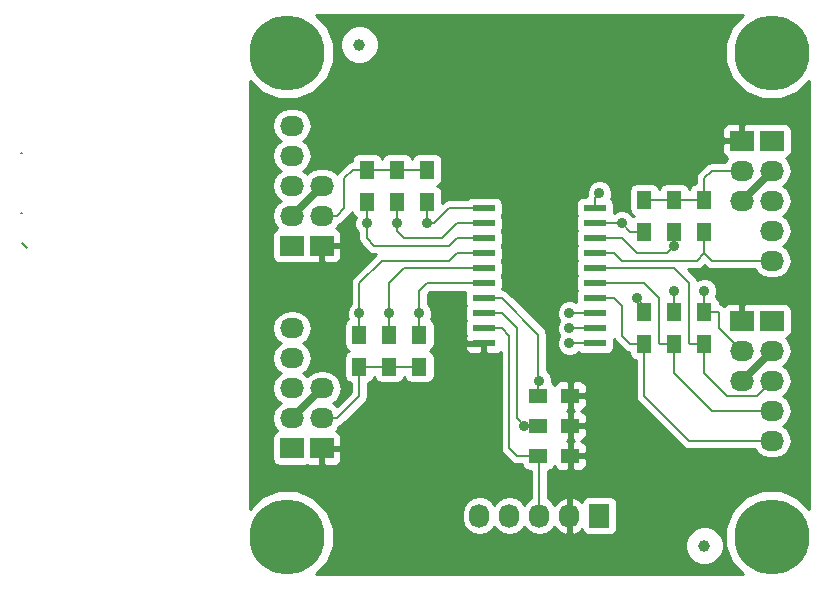
<source format=gtl>
G04 #@! TF.FileFunction,Copper,L1,Top,Signal*
%FSLAX46Y46*%
G04 Gerber Fmt 4.6, Leading zero omitted, Abs format (unit mm)*
G04 Created by KiCad (PCBNEW (after 2015-mar-04 BZR unknown)-product) date 7/28/2015 1:26:08 PM*
%MOMM*%
G01*
G04 APERTURE LIST*
%ADD10C,0.150000*%
%ADD11C,1.000000*%
%ADD12R,1.500000X1.300000*%
%ADD13R,1.300000X1.500000*%
%ADD14C,6.350000*%
%ADD15R,2.032000X1.727200*%
%ADD16O,2.032000X1.727200*%
%ADD17R,1.950000X0.600000*%
%ADD18R,1.727200X2.032000*%
%ADD19O,1.727200X2.032000*%
%ADD20C,0.889000*%
%ADD21C,0.203200*%
%ADD22C,0.635000*%
%ADD23C,0.254000*%
G04 APERTURE END LIST*
D10*
D11*
X194310000Y-125730000D03*
X165100000Y-83312000D03*
D12*
X182960000Y-113030000D03*
X180260000Y-113030000D03*
X182960000Y-115570000D03*
X180260000Y-115570000D03*
X182960000Y-118110000D03*
X180260000Y-118110000D03*
D13*
X189230000Y-105965000D03*
X189230000Y-108665000D03*
X194310000Y-96440000D03*
X194310000Y-99140000D03*
X170815000Y-93900000D03*
X170815000Y-96600000D03*
X165100000Y-110570000D03*
X165100000Y-107870000D03*
X191770000Y-105965000D03*
X191770000Y-108665000D03*
X191770000Y-96440000D03*
X191770000Y-99140000D03*
X168275000Y-93900000D03*
X168275000Y-96600000D03*
X167640000Y-110570000D03*
X167640000Y-107870000D03*
X194310000Y-105965000D03*
X194310000Y-108665000D03*
D14*
X159000000Y-84000000D03*
X200000000Y-84000000D03*
X159000000Y-125000000D03*
X200000000Y-125000000D03*
D15*
X197485000Y-106680000D03*
D16*
X197485000Y-109220000D03*
X197485000Y-111760000D03*
D15*
X197485000Y-91440000D03*
D16*
X197485000Y-93980000D03*
X197485000Y-96520000D03*
D15*
X161925000Y-100330000D03*
D16*
X161925000Y-97790000D03*
X161925000Y-95250000D03*
D15*
X161925000Y-117475000D03*
D16*
X161925000Y-114935000D03*
X161925000Y-112395000D03*
D15*
X200025000Y-106680000D03*
D16*
X200025000Y-109220000D03*
X200025000Y-111760000D03*
X200025000Y-114300000D03*
X200025000Y-116840000D03*
D15*
X200025000Y-91440000D03*
D16*
X200025000Y-93980000D03*
X200025000Y-96520000D03*
X200025000Y-99060000D03*
X200025000Y-101600000D03*
D15*
X159385000Y-100330000D03*
D16*
X159385000Y-97790000D03*
X159385000Y-95250000D03*
X159385000Y-92710000D03*
X159385000Y-90170000D03*
D15*
X159385000Y-117475000D03*
D16*
X159385000Y-114935000D03*
X159385000Y-112395000D03*
X159385000Y-109855000D03*
X159385000Y-107315000D03*
D13*
X189230000Y-96440000D03*
X189230000Y-99140000D03*
X165735000Y-93900000D03*
X165735000Y-96600000D03*
X170180000Y-110570000D03*
X170180000Y-107870000D03*
D17*
X185040000Y-108585000D03*
X185040000Y-107315000D03*
X185040000Y-106045000D03*
X185040000Y-104775000D03*
X185040000Y-103505000D03*
X185040000Y-102235000D03*
X185040000Y-100965000D03*
X185040000Y-99695000D03*
X185040000Y-98425000D03*
X185040000Y-97155000D03*
X175640000Y-97155000D03*
X175640000Y-98425000D03*
X175640000Y-99695000D03*
X175640000Y-100965000D03*
X175640000Y-102235000D03*
X175640000Y-103505000D03*
X175640000Y-104775000D03*
X175640000Y-106045000D03*
X175640000Y-107315000D03*
X175640000Y-108585000D03*
D18*
X185420000Y-123190000D03*
D19*
X182880000Y-123190000D03*
X180340000Y-123190000D03*
X177800000Y-123190000D03*
X175260000Y-123190000D03*
D20*
X188595000Y-104775000D03*
X191770000Y-104140000D03*
X194310000Y-104140000D03*
X182880000Y-108585000D03*
X182880000Y-107315000D03*
X182880000Y-106045000D03*
X185420000Y-95885000D03*
X187325000Y-98425000D03*
X191770000Y-100330000D03*
X165735000Y-98425000D03*
X168275000Y-98425000D03*
X170180000Y-106045000D03*
X167640000Y-106045000D03*
X179070000Y-115570000D03*
X180340000Y-111760000D03*
X170815000Y-98425000D03*
X165100000Y-106045000D03*
D21*
X136956800Y-100504000D02*
X136528800Y-100076000D01*
X136448800Y-97536000D02*
X136528800Y-97536000D01*
X136528800Y-92456000D02*
X136448800Y-92456000D01*
X189230000Y-105965000D02*
X189230000Y-105410000D01*
X189230000Y-105410000D02*
X188595000Y-104775000D01*
X194310000Y-105965000D02*
X194310000Y-104140000D01*
X191770000Y-104140000D02*
X191770000Y-105965000D01*
X197485000Y-109220000D02*
X196215000Y-107950000D01*
X195500000Y-105965000D02*
X194310000Y-105965000D01*
X195580000Y-106045000D02*
X195500000Y-105965000D01*
X195580000Y-107315000D02*
X195580000Y-106045000D01*
X196215000Y-107950000D02*
X195580000Y-107315000D01*
D22*
X200025000Y-109220000D02*
X197485000Y-111760000D01*
D21*
X191770000Y-96440000D02*
X189230000Y-96440000D01*
X194310000Y-96440000D02*
X191770000Y-96440000D01*
X197485000Y-93980000D02*
X194945000Y-93980000D01*
X194310000Y-94615000D02*
X194310000Y-96440000D01*
X194945000Y-93980000D02*
X194310000Y-94615000D01*
D22*
X200025000Y-93980000D02*
X197485000Y-96520000D01*
D21*
X168275000Y-93900000D02*
X170815000Y-93900000D01*
X165735000Y-93900000D02*
X168275000Y-93900000D01*
X161925000Y-97790000D02*
X163195000Y-97790000D01*
X164545000Y-93900000D02*
X165735000Y-93900000D01*
X163830000Y-94615000D02*
X164545000Y-93900000D01*
X163830000Y-97155000D02*
X163830000Y-94615000D01*
X163195000Y-97790000D02*
X163830000Y-97155000D01*
D22*
X159385000Y-97790000D02*
X161925000Y-95250000D01*
D21*
X161925000Y-114935000D02*
X163195000Y-114935000D01*
X165100000Y-113030000D02*
X165100000Y-110570000D01*
X163195000Y-114935000D02*
X165100000Y-113030000D01*
X167640000Y-110570000D02*
X170180000Y-110570000D01*
X165100000Y-110570000D02*
X167640000Y-110570000D01*
D22*
X159385000Y-114935000D02*
X161925000Y-112395000D01*
D21*
X185040000Y-108585000D02*
X182880000Y-108585000D01*
X185040000Y-107315000D02*
X182880000Y-107315000D01*
X185040000Y-106045000D02*
X182880000Y-106045000D01*
X185040000Y-97155000D02*
X185040000Y-96265000D01*
X185040000Y-96265000D02*
X185420000Y-95885000D01*
X200025000Y-111760000D02*
X198755000Y-113030000D01*
X194310000Y-111125000D02*
X194310000Y-108665000D01*
X196215000Y-113030000D02*
X194310000Y-111125000D01*
X198755000Y-113030000D02*
X196215000Y-113030000D01*
X185040000Y-102235000D02*
X191770000Y-102235000D01*
X193120000Y-108665000D02*
X194310000Y-108665000D01*
X193040000Y-108585000D02*
X193120000Y-108665000D01*
X193040000Y-103505000D02*
X193040000Y-108585000D01*
X191770000Y-102235000D02*
X193040000Y-103505000D01*
X200025000Y-114300000D02*
X194945000Y-114300000D01*
X191770000Y-111125000D02*
X191770000Y-108665000D01*
X194945000Y-114300000D02*
X191770000Y-111125000D01*
X185040000Y-103505000D02*
X189230000Y-103505000D01*
X190580000Y-108665000D02*
X191770000Y-108665000D01*
X190500000Y-108585000D02*
X190580000Y-108665000D01*
X190500000Y-104775000D02*
X190500000Y-108585000D01*
X189230000Y-103505000D02*
X190500000Y-104775000D01*
X185040000Y-98425000D02*
X187325000Y-98425000D01*
X188040000Y-99140000D02*
X189230000Y-99140000D01*
X187325000Y-98425000D02*
X188040000Y-99140000D01*
X185040000Y-99695000D02*
X187325000Y-99695000D01*
X191770000Y-100330000D02*
X191770000Y-99140000D01*
X191135000Y-100965000D02*
X191770000Y-100330000D01*
X188595000Y-100965000D02*
X191135000Y-100965000D01*
X187325000Y-99695000D02*
X188595000Y-100965000D01*
X175640000Y-99695000D02*
X173355000Y-99695000D01*
X165735000Y-99695000D02*
X165735000Y-98425000D01*
X166370000Y-100330000D02*
X165735000Y-99695000D01*
X172720000Y-100330000D02*
X166370000Y-100330000D01*
X173355000Y-99695000D02*
X172720000Y-100330000D01*
X165735000Y-98425000D02*
X165735000Y-96600000D01*
X175640000Y-98425000D02*
X173355000Y-98425000D01*
X168275000Y-99060000D02*
X168275000Y-98425000D01*
X168910000Y-99695000D02*
X168275000Y-99060000D01*
X172085000Y-99695000D02*
X168910000Y-99695000D01*
X173355000Y-98425000D02*
X172085000Y-99695000D01*
X168275000Y-98425000D02*
X168275000Y-96600000D01*
X175640000Y-103505000D02*
X170815000Y-103505000D01*
X170815000Y-103505000D02*
X170180000Y-104140000D01*
X170180000Y-104140000D02*
X170180000Y-106045000D01*
X170180000Y-106045000D02*
X170180000Y-107870000D01*
X175640000Y-102235000D02*
X168910000Y-102235000D01*
X168910000Y-102235000D02*
X167640000Y-103505000D01*
X167640000Y-103505000D02*
X167640000Y-106045000D01*
X167640000Y-106045000D02*
X167640000Y-107870000D01*
X175640000Y-107315000D02*
X177165000Y-107315000D01*
X178435000Y-118110000D02*
X180260000Y-118110000D01*
X177800000Y-117475000D02*
X178435000Y-118110000D01*
X177800000Y-107950000D02*
X177800000Y-117475000D01*
X177165000Y-107315000D02*
X177800000Y-107950000D01*
X180340000Y-123190000D02*
X180340000Y-118190000D01*
X180340000Y-118190000D02*
X180260000Y-118110000D01*
X180260000Y-115570000D02*
X179070000Y-115570000D01*
X179070000Y-115570000D02*
X178435000Y-114935000D01*
X178435000Y-107315000D02*
X177165000Y-106045000D01*
X178435000Y-114935000D02*
X178435000Y-107315000D01*
X177165000Y-106045000D02*
X175640000Y-106045000D01*
X180340000Y-111760000D02*
X180260000Y-111760000D01*
X180260000Y-113030000D02*
X180260000Y-111760000D01*
X180260000Y-111760000D02*
X180260000Y-107870000D01*
X177165000Y-104775000D02*
X175640000Y-104775000D01*
X180260000Y-107870000D02*
X177165000Y-104775000D01*
X185040000Y-104775000D02*
X186690000Y-104775000D01*
X188040000Y-108665000D02*
X189230000Y-108665000D01*
X187325000Y-107950000D02*
X188040000Y-108665000D01*
X187325000Y-105410000D02*
X187325000Y-107950000D01*
X186690000Y-104775000D02*
X187325000Y-105410000D01*
X200025000Y-116840000D02*
X193040000Y-116840000D01*
X189230000Y-113030000D02*
X189230000Y-108665000D01*
X193040000Y-116840000D02*
X189230000Y-113030000D01*
X200025000Y-101600000D02*
X194945000Y-101600000D01*
X194945000Y-101600000D02*
X194310000Y-100965000D01*
X185040000Y-100965000D02*
X186690000Y-100965000D01*
X194310000Y-100965000D02*
X194310000Y-99140000D01*
X193675000Y-101600000D02*
X194310000Y-100965000D01*
X187325000Y-101600000D02*
X193675000Y-101600000D01*
X186690000Y-100965000D02*
X187325000Y-101600000D01*
X170815000Y-98425000D02*
X171450000Y-98425000D01*
X172720000Y-97155000D02*
X175640000Y-97155000D01*
X171450000Y-98425000D02*
X172720000Y-97155000D01*
X170815000Y-98425000D02*
X170815000Y-96600000D01*
X175640000Y-100965000D02*
X173355000Y-100965000D01*
X173355000Y-100965000D02*
X172720000Y-101600000D01*
X172720000Y-101600000D02*
X167005000Y-101600000D01*
X167005000Y-101600000D02*
X165100000Y-103505000D01*
X165100000Y-103505000D02*
X165100000Y-106045000D01*
X165100000Y-106045000D02*
X165100000Y-107870000D01*
X182960000Y-115570000D02*
X182960000Y-113030000D01*
X182960000Y-118110000D02*
X182960000Y-115570000D01*
X182880000Y-123190000D02*
X182880000Y-118190000D01*
X182880000Y-118190000D02*
X182960000Y-118110000D01*
D23*
G36*
X203174500Y-122607421D02*
X202233043Y-121664320D01*
X201708345Y-121446446D01*
X201708345Y-116840000D01*
X201594271Y-116266511D01*
X201269415Y-115780330D01*
X200954634Y-115570000D01*
X201269415Y-115359670D01*
X201594271Y-114873489D01*
X201708345Y-114300000D01*
X201594271Y-113726511D01*
X201269415Y-113240330D01*
X200954634Y-113030000D01*
X201269415Y-112819670D01*
X201594271Y-112333489D01*
X201708345Y-111760000D01*
X201594271Y-111186511D01*
X201269415Y-110700330D01*
X200954634Y-110490000D01*
X201269415Y-110279670D01*
X201594271Y-109793489D01*
X201708345Y-109220000D01*
X201594271Y-108646511D01*
X201269415Y-108160330D01*
X201253632Y-108149784D01*
X201283123Y-108144063D01*
X201495927Y-108004273D01*
X201638377Y-107793240D01*
X201688440Y-107543600D01*
X201688440Y-105816400D01*
X201641463Y-105574277D01*
X201501673Y-105361473D01*
X201290640Y-105219023D01*
X201041000Y-105168960D01*
X199009000Y-105168960D01*
X198766877Y-105215937D01*
X198745148Y-105230210D01*
X198627309Y-105181400D01*
X197770750Y-105181400D01*
X197612000Y-105340150D01*
X197612000Y-106553000D01*
X197632000Y-106553000D01*
X197632000Y-106807000D01*
X197612000Y-106807000D01*
X197612000Y-106827000D01*
X197358000Y-106827000D01*
X197358000Y-106807000D01*
X197338000Y-106807000D01*
X197338000Y-106553000D01*
X197358000Y-106553000D01*
X197358000Y-105340150D01*
X197199250Y-105181400D01*
X196342691Y-105181400D01*
X196109302Y-105278073D01*
X195974321Y-105413052D01*
X195781885Y-105284470D01*
X195607440Y-105249770D01*
X195607440Y-105215000D01*
X195560463Y-104972877D01*
X195420673Y-104760073D01*
X195265017Y-104655003D01*
X195389313Y-104355668D01*
X195389687Y-103926216D01*
X195225689Y-103529311D01*
X194922286Y-103225378D01*
X194525668Y-103060687D01*
X194096216Y-103060313D01*
X193716565Y-103217181D01*
X193560855Y-102984145D01*
X192913310Y-102336600D01*
X193675000Y-102336600D01*
X193956885Y-102280530D01*
X194195855Y-102120855D01*
X194310000Y-102006710D01*
X194424145Y-102120855D01*
X194663115Y-102280530D01*
X194663116Y-102280530D01*
X194945000Y-102336600D01*
X198564716Y-102336600D01*
X198780585Y-102659670D01*
X199266766Y-102984526D01*
X199840255Y-103098600D01*
X200209745Y-103098600D01*
X200783234Y-102984526D01*
X201269415Y-102659670D01*
X201594271Y-102173489D01*
X201708345Y-101600000D01*
X201594271Y-101026511D01*
X201269415Y-100540330D01*
X200954634Y-100330000D01*
X201269415Y-100119670D01*
X201594271Y-99633489D01*
X201708345Y-99060000D01*
X201594271Y-98486511D01*
X201269415Y-98000330D01*
X200954634Y-97790000D01*
X201269415Y-97579670D01*
X201594271Y-97093489D01*
X201708345Y-96520000D01*
X201594271Y-95946511D01*
X201269415Y-95460330D01*
X200954634Y-95250000D01*
X201269415Y-95039670D01*
X201594271Y-94553489D01*
X201708345Y-93980000D01*
X201594271Y-93406511D01*
X201269415Y-92920330D01*
X201253632Y-92909784D01*
X201283123Y-92904063D01*
X201495927Y-92764273D01*
X201638377Y-92553240D01*
X201688440Y-92303600D01*
X201688440Y-90576400D01*
X201641463Y-90334277D01*
X201501673Y-90121473D01*
X201290640Y-89979023D01*
X201041000Y-89928960D01*
X199009000Y-89928960D01*
X198766877Y-89975937D01*
X198745148Y-89990210D01*
X198627309Y-89941400D01*
X197770750Y-89941400D01*
X197612000Y-90100150D01*
X197612000Y-91313000D01*
X197632000Y-91313000D01*
X197632000Y-91567000D01*
X197612000Y-91567000D01*
X197612000Y-91587000D01*
X197358000Y-91587000D01*
X197358000Y-91567000D01*
X197358000Y-91313000D01*
X197358000Y-90100150D01*
X197199250Y-89941400D01*
X196342691Y-89941400D01*
X196109302Y-90038073D01*
X195930673Y-90216701D01*
X195834000Y-90450090D01*
X195834000Y-90702709D01*
X195834000Y-91154250D01*
X195992750Y-91313000D01*
X197358000Y-91313000D01*
X197358000Y-91567000D01*
X195992750Y-91567000D01*
X195834000Y-91725750D01*
X195834000Y-92177291D01*
X195834000Y-92429910D01*
X195930673Y-92663299D01*
X196109302Y-92841927D01*
X196262780Y-92905499D01*
X196240585Y-92920330D01*
X196024716Y-93243400D01*
X194945000Y-93243400D01*
X194663115Y-93299470D01*
X194424145Y-93459145D01*
X193789145Y-94094145D01*
X193629470Y-94333115D01*
X193573400Y-94615000D01*
X193573400Y-95059362D01*
X193417877Y-95089537D01*
X193205073Y-95229327D01*
X193062623Y-95440360D01*
X193040453Y-95550909D01*
X193020463Y-95447877D01*
X192880673Y-95235073D01*
X192669640Y-95092623D01*
X192420000Y-95042560D01*
X191120000Y-95042560D01*
X190877877Y-95089537D01*
X190665073Y-95229327D01*
X190522623Y-95440360D01*
X190500453Y-95550909D01*
X190480463Y-95447877D01*
X190340673Y-95235073D01*
X190129640Y-95092623D01*
X189880000Y-95042560D01*
X188580000Y-95042560D01*
X188337877Y-95089537D01*
X188125073Y-95229327D01*
X187982623Y-95440360D01*
X187932560Y-95690000D01*
X187932560Y-97190000D01*
X187979537Y-97432123D01*
X188119327Y-97644927D01*
X188330360Y-97787377D01*
X188339530Y-97789216D01*
X188337877Y-97789537D01*
X188253385Y-97845039D01*
X188240689Y-97814311D01*
X187937286Y-97510378D01*
X187540668Y-97345687D01*
X187111216Y-97345313D01*
X186714311Y-97509311D01*
X186635839Y-97587646D01*
X186662440Y-97455000D01*
X186662440Y-96855000D01*
X186615463Y-96612877D01*
X186475673Y-96400073D01*
X186397031Y-96346988D01*
X186499313Y-96100668D01*
X186499687Y-95671216D01*
X186335689Y-95274311D01*
X186032286Y-94970378D01*
X185635668Y-94805687D01*
X185206216Y-94805313D01*
X184809311Y-94969311D01*
X184505378Y-95272714D01*
X184340687Y-95669332D01*
X184340329Y-96079339D01*
X184314825Y-96207560D01*
X184065000Y-96207560D01*
X183822877Y-96254537D01*
X183610073Y-96394327D01*
X183467623Y-96605360D01*
X183417560Y-96855000D01*
X183417560Y-97455000D01*
X183464537Y-97697123D01*
X183525396Y-97789770D01*
X183467623Y-97875360D01*
X183417560Y-98125000D01*
X183417560Y-98725000D01*
X183464537Y-98967123D01*
X183525396Y-99059770D01*
X183467623Y-99145360D01*
X183417560Y-99395000D01*
X183417560Y-99995000D01*
X183464537Y-100237123D01*
X183525396Y-100329770D01*
X183467623Y-100415360D01*
X183417560Y-100665000D01*
X183417560Y-101265000D01*
X183464537Y-101507123D01*
X183525396Y-101599770D01*
X183467623Y-101685360D01*
X183417560Y-101935000D01*
X183417560Y-102535000D01*
X183464537Y-102777123D01*
X183525396Y-102869770D01*
X183467623Y-102955360D01*
X183417560Y-103205000D01*
X183417560Y-103805000D01*
X183464537Y-104047123D01*
X183525396Y-104139770D01*
X183467623Y-104225360D01*
X183417560Y-104475000D01*
X183417560Y-105075000D01*
X183422698Y-105101482D01*
X183095668Y-104965687D01*
X182666216Y-104965313D01*
X182269311Y-105129311D01*
X181965378Y-105432714D01*
X181800687Y-105829332D01*
X181800313Y-106258784D01*
X181964311Y-106655689D01*
X181988356Y-106679776D01*
X181965378Y-106702714D01*
X181800687Y-107099332D01*
X181800313Y-107528784D01*
X181964311Y-107925689D01*
X181988356Y-107949776D01*
X181965378Y-107972714D01*
X181800687Y-108369332D01*
X181800313Y-108798784D01*
X181964311Y-109195689D01*
X182267714Y-109499622D01*
X182664332Y-109664313D01*
X183093784Y-109664687D01*
X183490689Y-109500689D01*
X183632608Y-109359017D01*
X183815360Y-109482377D01*
X184065000Y-109532440D01*
X186015000Y-109532440D01*
X186257123Y-109485463D01*
X186469927Y-109345673D01*
X186612377Y-109134640D01*
X186662440Y-108885000D01*
X186662440Y-108285000D01*
X186655270Y-108248049D01*
X186804145Y-108470855D01*
X187519145Y-109185855D01*
X187758115Y-109345530D01*
X187758116Y-109345530D01*
X187932560Y-109380229D01*
X187932560Y-109415000D01*
X187979537Y-109657123D01*
X188119327Y-109869927D01*
X188330360Y-110012377D01*
X188493400Y-110045073D01*
X188493400Y-113030000D01*
X188549470Y-113311885D01*
X188709145Y-113550855D01*
X192519145Y-117360855D01*
X192758115Y-117520530D01*
X192758116Y-117520530D01*
X193040000Y-117576600D01*
X198564716Y-117576600D01*
X198780585Y-117899670D01*
X199266766Y-118224526D01*
X199840255Y-118338600D01*
X200209745Y-118338600D01*
X200783234Y-118224526D01*
X201269415Y-117899670D01*
X201594271Y-117413489D01*
X201708345Y-116840000D01*
X201708345Y-121446446D01*
X200786553Y-121063685D01*
X199220318Y-121062318D01*
X197772782Y-121660428D01*
X196664320Y-122766957D01*
X196063685Y-124213447D01*
X196062318Y-125779682D01*
X196660428Y-127227218D01*
X197606058Y-128174500D01*
X195937282Y-128174500D01*
X195937282Y-125407789D01*
X195690108Y-124809582D01*
X195232825Y-124351501D01*
X194635050Y-124103283D01*
X193987789Y-124102718D01*
X193389582Y-124349892D01*
X192931501Y-124807175D01*
X192683283Y-125404950D01*
X192682718Y-126052211D01*
X192929892Y-126650418D01*
X193387175Y-127108499D01*
X193984950Y-127356717D01*
X194632211Y-127357282D01*
X195230418Y-127110108D01*
X195688499Y-126652825D01*
X195936717Y-126055050D01*
X195937282Y-125407789D01*
X195937282Y-128174500D01*
X186931040Y-128174500D01*
X186931040Y-124206000D01*
X186931040Y-122174000D01*
X186884063Y-121931877D01*
X186744273Y-121719073D01*
X186533240Y-121576623D01*
X186283600Y-121526560D01*
X184556400Y-121526560D01*
X184345000Y-121567576D01*
X184345000Y-118886310D01*
X184345000Y-118633691D01*
X184345000Y-118395750D01*
X184345000Y-117824250D01*
X184345000Y-117586309D01*
X184345000Y-117333690D01*
X184248327Y-117100301D01*
X184069698Y-116921673D01*
X183872522Y-116840000D01*
X184069698Y-116758327D01*
X184248327Y-116579699D01*
X184345000Y-116346310D01*
X184345000Y-116093691D01*
X184345000Y-115855750D01*
X184345000Y-115284250D01*
X184345000Y-115046309D01*
X184345000Y-114793690D01*
X184248327Y-114560301D01*
X184069698Y-114381673D01*
X183872522Y-114300000D01*
X184069698Y-114218327D01*
X184248327Y-114039699D01*
X184345000Y-113806310D01*
X184345000Y-113553691D01*
X184345000Y-113315750D01*
X184345000Y-112744250D01*
X184345000Y-112506309D01*
X184345000Y-112253690D01*
X184248327Y-112020301D01*
X184069698Y-111841673D01*
X183836309Y-111745000D01*
X183245750Y-111745000D01*
X183087000Y-111903750D01*
X183087000Y-112903000D01*
X184186250Y-112903000D01*
X184345000Y-112744250D01*
X184345000Y-113315750D01*
X184186250Y-113157000D01*
X183087000Y-113157000D01*
X183087000Y-114156250D01*
X183230750Y-114300000D01*
X183087000Y-114443750D01*
X183087000Y-115443000D01*
X184186250Y-115443000D01*
X184345000Y-115284250D01*
X184345000Y-115855750D01*
X184186250Y-115697000D01*
X183087000Y-115697000D01*
X183087000Y-116696250D01*
X183230750Y-116840000D01*
X183087000Y-116983750D01*
X183087000Y-117983000D01*
X184186250Y-117983000D01*
X184345000Y-117824250D01*
X184345000Y-118395750D01*
X184186250Y-118237000D01*
X183087000Y-118237000D01*
X183087000Y-119236250D01*
X183245750Y-119395000D01*
X183836309Y-119395000D01*
X184069698Y-119298327D01*
X184248327Y-119119699D01*
X184345000Y-118886310D01*
X184345000Y-121567576D01*
X184314277Y-121573537D01*
X184101473Y-121713327D01*
X183959023Y-121924360D01*
X183940516Y-122016645D01*
X183782036Y-121839268D01*
X183254791Y-121585291D01*
X183239026Y-121582642D01*
X183007000Y-121703783D01*
X183007000Y-123063000D01*
X183027000Y-123063000D01*
X183027000Y-123317000D01*
X183007000Y-123317000D01*
X183007000Y-124676217D01*
X183239026Y-124797358D01*
X183254791Y-124794709D01*
X183782036Y-124540732D01*
X183939673Y-124364298D01*
X183955937Y-124448123D01*
X184095727Y-124660927D01*
X184306760Y-124803377D01*
X184556400Y-124853440D01*
X186283600Y-124853440D01*
X186525723Y-124806463D01*
X186738527Y-124666673D01*
X186880977Y-124455640D01*
X186931040Y-124206000D01*
X186931040Y-128174500D01*
X182833000Y-128174500D01*
X182833000Y-119236250D01*
X182833000Y-118237000D01*
X182813000Y-118237000D01*
X182813000Y-117983000D01*
X182833000Y-117983000D01*
X182833000Y-116983750D01*
X182689250Y-116840000D01*
X182833000Y-116696250D01*
X182833000Y-115697000D01*
X182813000Y-115697000D01*
X182813000Y-115443000D01*
X182833000Y-115443000D01*
X182833000Y-114443750D01*
X182689250Y-114300000D01*
X182833000Y-114156250D01*
X182833000Y-113157000D01*
X182813000Y-113157000D01*
X182813000Y-112903000D01*
X182833000Y-112903000D01*
X182833000Y-111903750D01*
X182674250Y-111745000D01*
X182083691Y-111745000D01*
X181850302Y-111841673D01*
X181671673Y-112020301D01*
X181614453Y-112158442D01*
X181610463Y-112137877D01*
X181470673Y-111925073D01*
X181419387Y-111890454D01*
X181419687Y-111546216D01*
X181255689Y-111149311D01*
X180996600Y-110889769D01*
X180996600Y-107870000D01*
X180940530Y-107588115D01*
X180780855Y-107349145D01*
X177685855Y-104254145D01*
X177446885Y-104094470D01*
X177213691Y-104048085D01*
X177262440Y-103805000D01*
X177262440Y-103205000D01*
X177215463Y-102962877D01*
X177154603Y-102870229D01*
X177212377Y-102784640D01*
X177262440Y-102535000D01*
X177262440Y-101935000D01*
X177215463Y-101692877D01*
X177154603Y-101600229D01*
X177212377Y-101514640D01*
X177262440Y-101265000D01*
X177262440Y-100665000D01*
X177215463Y-100422877D01*
X177154603Y-100330229D01*
X177212377Y-100244640D01*
X177262440Y-99995000D01*
X177262440Y-99395000D01*
X177215463Y-99152877D01*
X177154603Y-99060229D01*
X177212377Y-98974640D01*
X177262440Y-98725000D01*
X177262440Y-98125000D01*
X177215463Y-97882877D01*
X177154603Y-97790229D01*
X177212377Y-97704640D01*
X177262440Y-97455000D01*
X177262440Y-96855000D01*
X177215463Y-96612877D01*
X177075673Y-96400073D01*
X176864640Y-96257623D01*
X176615000Y-96207560D01*
X174665000Y-96207560D01*
X174422877Y-96254537D01*
X174210073Y-96394327D01*
X174193823Y-96418400D01*
X172720000Y-96418400D01*
X172438115Y-96474470D01*
X172199145Y-96634145D01*
X172112440Y-96720850D01*
X172112440Y-95850000D01*
X172065463Y-95607877D01*
X171925673Y-95395073D01*
X171714640Y-95252623D01*
X171705469Y-95250783D01*
X171707123Y-95250463D01*
X171919927Y-95110673D01*
X172062377Y-94899640D01*
X172112440Y-94650000D01*
X172112440Y-93150000D01*
X172065463Y-92907877D01*
X171925673Y-92695073D01*
X171714640Y-92552623D01*
X171465000Y-92502560D01*
X170165000Y-92502560D01*
X169922877Y-92549537D01*
X169710073Y-92689327D01*
X169567623Y-92900360D01*
X169545453Y-93010909D01*
X169525463Y-92907877D01*
X169385673Y-92695073D01*
X169174640Y-92552623D01*
X168925000Y-92502560D01*
X167625000Y-92502560D01*
X167382877Y-92549537D01*
X167170073Y-92689327D01*
X167027623Y-92900360D01*
X167005453Y-93010909D01*
X166985463Y-92907877D01*
X166845673Y-92695073D01*
X166727282Y-92615157D01*
X166727282Y-82989789D01*
X166480108Y-82391582D01*
X166022825Y-81933501D01*
X165425050Y-81685283D01*
X164777789Y-81684718D01*
X164179582Y-81931892D01*
X163721501Y-82389175D01*
X163473283Y-82986950D01*
X163472718Y-83634211D01*
X163719892Y-84232418D01*
X164177175Y-84690499D01*
X164774950Y-84938717D01*
X165422211Y-84939282D01*
X166020418Y-84692108D01*
X166478499Y-84234825D01*
X166726717Y-83637050D01*
X166727282Y-82989789D01*
X166727282Y-92615157D01*
X166634640Y-92552623D01*
X166385000Y-92502560D01*
X165085000Y-92502560D01*
X164842877Y-92549537D01*
X164630073Y-92689327D01*
X164487623Y-92900360D01*
X164437560Y-93150000D01*
X164437560Y-93184770D01*
X164263115Y-93219470D01*
X164024145Y-93379145D01*
X163309145Y-94094145D01*
X163207145Y-94246797D01*
X163169415Y-94190330D01*
X162683234Y-93865474D01*
X162109745Y-93751400D01*
X161740255Y-93751400D01*
X161166766Y-93865474D01*
X160680585Y-94190330D01*
X160655000Y-94228620D01*
X160629415Y-94190330D01*
X160314634Y-93980000D01*
X160629415Y-93769670D01*
X160954271Y-93283489D01*
X161068345Y-92710000D01*
X160954271Y-92136511D01*
X160629415Y-91650330D01*
X160314634Y-91440000D01*
X160629415Y-91229670D01*
X160954271Y-90743489D01*
X161068345Y-90170000D01*
X160954271Y-89596511D01*
X160629415Y-89110330D01*
X160143234Y-88785474D01*
X159569745Y-88671400D01*
X159200255Y-88671400D01*
X158626766Y-88785474D01*
X158140585Y-89110330D01*
X157815729Y-89596511D01*
X157701655Y-90170000D01*
X157815729Y-90743489D01*
X158140585Y-91229670D01*
X158455365Y-91440000D01*
X158140585Y-91650330D01*
X157815729Y-92136511D01*
X157701655Y-92710000D01*
X157815729Y-93283489D01*
X158140585Y-93769670D01*
X158455365Y-93980000D01*
X158140585Y-94190330D01*
X157815729Y-94676511D01*
X157701655Y-95250000D01*
X157815729Y-95823489D01*
X158140585Y-96309670D01*
X158455365Y-96520000D01*
X158140585Y-96730330D01*
X157815729Y-97216511D01*
X157701655Y-97790000D01*
X157815729Y-98363489D01*
X158140585Y-98849670D01*
X158156367Y-98860215D01*
X158126877Y-98865937D01*
X157914073Y-99005727D01*
X157771623Y-99216760D01*
X157721560Y-99466400D01*
X157721560Y-101193600D01*
X157768537Y-101435723D01*
X157908327Y-101648527D01*
X158119360Y-101790977D01*
X158369000Y-101841040D01*
X160401000Y-101841040D01*
X160643123Y-101794063D01*
X160664851Y-101779789D01*
X160782691Y-101828600D01*
X161639250Y-101828600D01*
X161798000Y-101669850D01*
X161798000Y-100457000D01*
X161778000Y-100457000D01*
X161778000Y-100203000D01*
X161798000Y-100203000D01*
X161798000Y-100183000D01*
X162052000Y-100183000D01*
X162052000Y-100203000D01*
X163417250Y-100203000D01*
X163576000Y-100044250D01*
X163576000Y-99592709D01*
X163576000Y-99340090D01*
X163479327Y-99106701D01*
X163300698Y-98928073D01*
X163147219Y-98864500D01*
X163169415Y-98849670D01*
X163414450Y-98482948D01*
X163476885Y-98470530D01*
X163715855Y-98310855D01*
X164350855Y-97675855D01*
X164467044Y-97501965D01*
X164484537Y-97592123D01*
X164624327Y-97804927D01*
X164779982Y-97909996D01*
X164655687Y-98209332D01*
X164655313Y-98638784D01*
X164819311Y-99035689D01*
X164998400Y-99215090D01*
X164998400Y-99695000D01*
X165054470Y-99976885D01*
X165214145Y-100215855D01*
X165849145Y-100850855D01*
X166088115Y-101010530D01*
X166088116Y-101010530D01*
X166370000Y-101066600D01*
X166502919Y-101066600D01*
X166484145Y-101079145D01*
X164579145Y-102984145D01*
X164419470Y-103223115D01*
X164363400Y-103505000D01*
X164363400Y-105255002D01*
X164185378Y-105432714D01*
X164020687Y-105829332D01*
X164020313Y-106258784D01*
X164145094Y-106560778D01*
X163995073Y-106659327D01*
X163852623Y-106870360D01*
X163802560Y-107120000D01*
X163802560Y-108620000D01*
X163849537Y-108862123D01*
X163989327Y-109074927D01*
X164200360Y-109217377D01*
X164209530Y-109219216D01*
X164207877Y-109219537D01*
X163995073Y-109359327D01*
X163852623Y-109570360D01*
X163802560Y-109820000D01*
X163802560Y-111320000D01*
X163849537Y-111562123D01*
X163989327Y-111774927D01*
X164200360Y-111917377D01*
X164363400Y-111950073D01*
X164363400Y-112724890D01*
X163186856Y-113901433D01*
X163169415Y-113875330D01*
X162854634Y-113665000D01*
X163169415Y-113454670D01*
X163494271Y-112968489D01*
X163608345Y-112395000D01*
X163576000Y-112232390D01*
X163576000Y-101319910D01*
X163576000Y-101067291D01*
X163576000Y-100615750D01*
X163417250Y-100457000D01*
X162052000Y-100457000D01*
X162052000Y-101669850D01*
X162210750Y-101828600D01*
X163067309Y-101828600D01*
X163300698Y-101731927D01*
X163479327Y-101553299D01*
X163576000Y-101319910D01*
X163576000Y-112232390D01*
X163494271Y-111821511D01*
X163169415Y-111335330D01*
X162683234Y-111010474D01*
X162109745Y-110896400D01*
X161740255Y-110896400D01*
X161166766Y-111010474D01*
X160680585Y-111335330D01*
X160655000Y-111373620D01*
X160629415Y-111335330D01*
X160314634Y-111125000D01*
X160629415Y-110914670D01*
X160954271Y-110428489D01*
X161068345Y-109855000D01*
X160954271Y-109281511D01*
X160629415Y-108795330D01*
X160314634Y-108585000D01*
X160629415Y-108374670D01*
X160954271Y-107888489D01*
X161068345Y-107315000D01*
X160954271Y-106741511D01*
X160629415Y-106255330D01*
X160143234Y-105930474D01*
X159569745Y-105816400D01*
X159200255Y-105816400D01*
X158626766Y-105930474D01*
X158140585Y-106255330D01*
X157815729Y-106741511D01*
X157701655Y-107315000D01*
X157815729Y-107888489D01*
X158140585Y-108374670D01*
X158455365Y-108585000D01*
X158140585Y-108795330D01*
X157815729Y-109281511D01*
X157701655Y-109855000D01*
X157815729Y-110428489D01*
X158140585Y-110914670D01*
X158455365Y-111125000D01*
X158140585Y-111335330D01*
X157815729Y-111821511D01*
X157701655Y-112395000D01*
X157815729Y-112968489D01*
X158140585Y-113454670D01*
X158455365Y-113665000D01*
X158140585Y-113875330D01*
X157815729Y-114361511D01*
X157701655Y-114935000D01*
X157815729Y-115508489D01*
X158140585Y-115994670D01*
X158156367Y-116005215D01*
X158126877Y-116010937D01*
X157914073Y-116150727D01*
X157771623Y-116361760D01*
X157721560Y-116611400D01*
X157721560Y-118338600D01*
X157768537Y-118580723D01*
X157908327Y-118793527D01*
X158119360Y-118935977D01*
X158369000Y-118986040D01*
X160401000Y-118986040D01*
X160643123Y-118939063D01*
X160664851Y-118924789D01*
X160782691Y-118973600D01*
X161639250Y-118973600D01*
X161798000Y-118814850D01*
X161798000Y-117602000D01*
X161778000Y-117602000D01*
X161778000Y-117348000D01*
X161798000Y-117348000D01*
X161798000Y-117328000D01*
X162052000Y-117328000D01*
X162052000Y-117348000D01*
X163417250Y-117348000D01*
X163576000Y-117189250D01*
X163576000Y-116737709D01*
X163576000Y-116485090D01*
X163479327Y-116251701D01*
X163300698Y-116073073D01*
X163147219Y-116009500D01*
X163169415Y-115994670D01*
X163414450Y-115627948D01*
X163476885Y-115615530D01*
X163715855Y-115455855D01*
X165620855Y-113550855D01*
X165780530Y-113311885D01*
X165780530Y-113311884D01*
X165836600Y-113030000D01*
X165836600Y-111950637D01*
X165992123Y-111920463D01*
X166204927Y-111780673D01*
X166347377Y-111569640D01*
X166369546Y-111459090D01*
X166389537Y-111562123D01*
X166529327Y-111774927D01*
X166740360Y-111917377D01*
X166990000Y-111967440D01*
X168290000Y-111967440D01*
X168532123Y-111920463D01*
X168744927Y-111780673D01*
X168887377Y-111569640D01*
X168909546Y-111459090D01*
X168929537Y-111562123D01*
X169069327Y-111774927D01*
X169280360Y-111917377D01*
X169530000Y-111967440D01*
X170830000Y-111967440D01*
X171072123Y-111920463D01*
X171284927Y-111780673D01*
X171427377Y-111569640D01*
X171477440Y-111320000D01*
X171477440Y-109820000D01*
X171430463Y-109577877D01*
X171290673Y-109365073D01*
X171079640Y-109222623D01*
X171070469Y-109220783D01*
X171072123Y-109220463D01*
X171284927Y-109080673D01*
X171427377Y-108869640D01*
X171477440Y-108620000D01*
X171477440Y-107120000D01*
X171430463Y-106877877D01*
X171290673Y-106665073D01*
X171135017Y-106560003D01*
X171259313Y-106260668D01*
X171259687Y-105831216D01*
X171095689Y-105434311D01*
X170916600Y-105254909D01*
X170916600Y-104445110D01*
X171120110Y-104241600D01*
X174064366Y-104241600D01*
X174017560Y-104475000D01*
X174017560Y-105075000D01*
X174064537Y-105317123D01*
X174125396Y-105409770D01*
X174067623Y-105495360D01*
X174017560Y-105745000D01*
X174017560Y-106345000D01*
X174064537Y-106587123D01*
X174125396Y-106679770D01*
X174067623Y-106765360D01*
X174017560Y-107015000D01*
X174017560Y-107615000D01*
X174064537Y-107857123D01*
X174119963Y-107941499D01*
X174030000Y-108158690D01*
X174030000Y-108299250D01*
X174188750Y-108458000D01*
X175513000Y-108458000D01*
X175513000Y-108438000D01*
X175767000Y-108438000D01*
X175767000Y-108458000D01*
X175787000Y-108458000D01*
X175787000Y-108712000D01*
X175767000Y-108712000D01*
X175767000Y-109361250D01*
X175925750Y-109520000D01*
X176741309Y-109520000D01*
X176974698Y-109423327D01*
X177063400Y-109334625D01*
X177063400Y-117475000D01*
X177119470Y-117756885D01*
X177279145Y-117995855D01*
X177914145Y-118630855D01*
X178153115Y-118790530D01*
X178153116Y-118790530D01*
X178435000Y-118846600D01*
X178879362Y-118846600D01*
X178909537Y-119002123D01*
X179049327Y-119214927D01*
X179260360Y-119357377D01*
X179510000Y-119407440D01*
X179603400Y-119407440D01*
X179603400Y-121729716D01*
X179280330Y-121945585D01*
X179070000Y-122260365D01*
X178859670Y-121945585D01*
X178373489Y-121620729D01*
X177800000Y-121506655D01*
X177226511Y-121620729D01*
X176740330Y-121945585D01*
X176530000Y-122260365D01*
X176319670Y-121945585D01*
X175833489Y-121620729D01*
X175513000Y-121556979D01*
X175513000Y-109361250D01*
X175513000Y-108712000D01*
X174188750Y-108712000D01*
X174030000Y-108870750D01*
X174030000Y-109011310D01*
X174126673Y-109244699D01*
X174305302Y-109423327D01*
X174538691Y-109520000D01*
X175354250Y-109520000D01*
X175513000Y-109361250D01*
X175513000Y-121556979D01*
X175260000Y-121506655D01*
X174686511Y-121620729D01*
X174200330Y-121945585D01*
X173875474Y-122431766D01*
X173761400Y-123005255D01*
X173761400Y-123374745D01*
X173875474Y-123948234D01*
X174200330Y-124434415D01*
X174686511Y-124759271D01*
X175260000Y-124873345D01*
X175833489Y-124759271D01*
X176319670Y-124434415D01*
X176530000Y-124119634D01*
X176740330Y-124434415D01*
X177226511Y-124759271D01*
X177800000Y-124873345D01*
X178373489Y-124759271D01*
X178859670Y-124434415D01*
X179070000Y-124119634D01*
X179280330Y-124434415D01*
X179766511Y-124759271D01*
X180340000Y-124873345D01*
X180913489Y-124759271D01*
X181399670Y-124434415D01*
X181606460Y-124124930D01*
X181977964Y-124540732D01*
X182505209Y-124794709D01*
X182520974Y-124797358D01*
X182753000Y-124676217D01*
X182753000Y-123317000D01*
X182733000Y-123317000D01*
X182733000Y-123063000D01*
X182753000Y-123063000D01*
X182753000Y-121703783D01*
X182520974Y-121582642D01*
X182505209Y-121585291D01*
X181977964Y-121839268D01*
X181606460Y-122255069D01*
X181399670Y-121945585D01*
X181076600Y-121729716D01*
X181076600Y-119394518D01*
X181252123Y-119360463D01*
X181464927Y-119220673D01*
X181607377Y-119009640D01*
X181613479Y-118979208D01*
X181671673Y-119119699D01*
X181850302Y-119298327D01*
X182083691Y-119395000D01*
X182674250Y-119395000D01*
X182833000Y-119236250D01*
X182833000Y-128174500D01*
X163576000Y-128174500D01*
X163576000Y-118464910D01*
X163576000Y-118212291D01*
X163576000Y-117760750D01*
X163417250Y-117602000D01*
X162052000Y-117602000D01*
X162052000Y-118814850D01*
X162210750Y-118973600D01*
X163067309Y-118973600D01*
X163300698Y-118876927D01*
X163479327Y-118698299D01*
X163576000Y-118464910D01*
X163576000Y-128174500D01*
X161392578Y-128174500D01*
X162335680Y-127233043D01*
X162936315Y-125786553D01*
X162937682Y-124220318D01*
X162339572Y-122772782D01*
X161233043Y-121664320D01*
X159786553Y-121063685D01*
X158220318Y-121062318D01*
X156772782Y-121660428D01*
X155825500Y-122606058D01*
X155825500Y-86392578D01*
X156766957Y-87335680D01*
X158213447Y-87936315D01*
X159779682Y-87937682D01*
X161227218Y-87339572D01*
X162335680Y-86233043D01*
X162936315Y-84786553D01*
X162937682Y-83220318D01*
X162339572Y-81772782D01*
X161393941Y-80825500D01*
X197607421Y-80825500D01*
X196664320Y-81766957D01*
X196063685Y-83213447D01*
X196062318Y-84779682D01*
X196660428Y-86227218D01*
X197766957Y-87335680D01*
X199213447Y-87936315D01*
X200779682Y-87937682D01*
X202227218Y-87339572D01*
X203174500Y-86393941D01*
X203174500Y-122607421D01*
X203174500Y-122607421D01*
G37*
X203174500Y-122607421D02*
X202233043Y-121664320D01*
X201708345Y-121446446D01*
X201708345Y-116840000D01*
X201594271Y-116266511D01*
X201269415Y-115780330D01*
X200954634Y-115570000D01*
X201269415Y-115359670D01*
X201594271Y-114873489D01*
X201708345Y-114300000D01*
X201594271Y-113726511D01*
X201269415Y-113240330D01*
X200954634Y-113030000D01*
X201269415Y-112819670D01*
X201594271Y-112333489D01*
X201708345Y-111760000D01*
X201594271Y-111186511D01*
X201269415Y-110700330D01*
X200954634Y-110490000D01*
X201269415Y-110279670D01*
X201594271Y-109793489D01*
X201708345Y-109220000D01*
X201594271Y-108646511D01*
X201269415Y-108160330D01*
X201253632Y-108149784D01*
X201283123Y-108144063D01*
X201495927Y-108004273D01*
X201638377Y-107793240D01*
X201688440Y-107543600D01*
X201688440Y-105816400D01*
X201641463Y-105574277D01*
X201501673Y-105361473D01*
X201290640Y-105219023D01*
X201041000Y-105168960D01*
X199009000Y-105168960D01*
X198766877Y-105215937D01*
X198745148Y-105230210D01*
X198627309Y-105181400D01*
X197770750Y-105181400D01*
X197612000Y-105340150D01*
X197612000Y-106553000D01*
X197632000Y-106553000D01*
X197632000Y-106807000D01*
X197612000Y-106807000D01*
X197612000Y-106827000D01*
X197358000Y-106827000D01*
X197358000Y-106807000D01*
X197338000Y-106807000D01*
X197338000Y-106553000D01*
X197358000Y-106553000D01*
X197358000Y-105340150D01*
X197199250Y-105181400D01*
X196342691Y-105181400D01*
X196109302Y-105278073D01*
X195974321Y-105413052D01*
X195781885Y-105284470D01*
X195607440Y-105249770D01*
X195607440Y-105215000D01*
X195560463Y-104972877D01*
X195420673Y-104760073D01*
X195265017Y-104655003D01*
X195389313Y-104355668D01*
X195389687Y-103926216D01*
X195225689Y-103529311D01*
X194922286Y-103225378D01*
X194525668Y-103060687D01*
X194096216Y-103060313D01*
X193716565Y-103217181D01*
X193560855Y-102984145D01*
X192913310Y-102336600D01*
X193675000Y-102336600D01*
X193956885Y-102280530D01*
X194195855Y-102120855D01*
X194310000Y-102006710D01*
X194424145Y-102120855D01*
X194663115Y-102280530D01*
X194663116Y-102280530D01*
X194945000Y-102336600D01*
X198564716Y-102336600D01*
X198780585Y-102659670D01*
X199266766Y-102984526D01*
X199840255Y-103098600D01*
X200209745Y-103098600D01*
X200783234Y-102984526D01*
X201269415Y-102659670D01*
X201594271Y-102173489D01*
X201708345Y-101600000D01*
X201594271Y-101026511D01*
X201269415Y-100540330D01*
X200954634Y-100330000D01*
X201269415Y-100119670D01*
X201594271Y-99633489D01*
X201708345Y-99060000D01*
X201594271Y-98486511D01*
X201269415Y-98000330D01*
X200954634Y-97790000D01*
X201269415Y-97579670D01*
X201594271Y-97093489D01*
X201708345Y-96520000D01*
X201594271Y-95946511D01*
X201269415Y-95460330D01*
X200954634Y-95250000D01*
X201269415Y-95039670D01*
X201594271Y-94553489D01*
X201708345Y-93980000D01*
X201594271Y-93406511D01*
X201269415Y-92920330D01*
X201253632Y-92909784D01*
X201283123Y-92904063D01*
X201495927Y-92764273D01*
X201638377Y-92553240D01*
X201688440Y-92303600D01*
X201688440Y-90576400D01*
X201641463Y-90334277D01*
X201501673Y-90121473D01*
X201290640Y-89979023D01*
X201041000Y-89928960D01*
X199009000Y-89928960D01*
X198766877Y-89975937D01*
X198745148Y-89990210D01*
X198627309Y-89941400D01*
X197770750Y-89941400D01*
X197612000Y-90100150D01*
X197612000Y-91313000D01*
X197632000Y-91313000D01*
X197632000Y-91567000D01*
X197612000Y-91567000D01*
X197612000Y-91587000D01*
X197358000Y-91587000D01*
X197358000Y-91567000D01*
X197358000Y-91313000D01*
X197358000Y-90100150D01*
X197199250Y-89941400D01*
X196342691Y-89941400D01*
X196109302Y-90038073D01*
X195930673Y-90216701D01*
X195834000Y-90450090D01*
X195834000Y-90702709D01*
X195834000Y-91154250D01*
X195992750Y-91313000D01*
X197358000Y-91313000D01*
X197358000Y-91567000D01*
X195992750Y-91567000D01*
X195834000Y-91725750D01*
X195834000Y-92177291D01*
X195834000Y-92429910D01*
X195930673Y-92663299D01*
X196109302Y-92841927D01*
X196262780Y-92905499D01*
X196240585Y-92920330D01*
X196024716Y-93243400D01*
X194945000Y-93243400D01*
X194663115Y-93299470D01*
X194424145Y-93459145D01*
X193789145Y-94094145D01*
X193629470Y-94333115D01*
X193573400Y-94615000D01*
X193573400Y-95059362D01*
X193417877Y-95089537D01*
X193205073Y-95229327D01*
X193062623Y-95440360D01*
X193040453Y-95550909D01*
X193020463Y-95447877D01*
X192880673Y-95235073D01*
X192669640Y-95092623D01*
X192420000Y-95042560D01*
X191120000Y-95042560D01*
X190877877Y-95089537D01*
X190665073Y-95229327D01*
X190522623Y-95440360D01*
X190500453Y-95550909D01*
X190480463Y-95447877D01*
X190340673Y-95235073D01*
X190129640Y-95092623D01*
X189880000Y-95042560D01*
X188580000Y-95042560D01*
X188337877Y-95089537D01*
X188125073Y-95229327D01*
X187982623Y-95440360D01*
X187932560Y-95690000D01*
X187932560Y-97190000D01*
X187979537Y-97432123D01*
X188119327Y-97644927D01*
X188330360Y-97787377D01*
X188339530Y-97789216D01*
X188337877Y-97789537D01*
X188253385Y-97845039D01*
X188240689Y-97814311D01*
X187937286Y-97510378D01*
X187540668Y-97345687D01*
X187111216Y-97345313D01*
X186714311Y-97509311D01*
X186635839Y-97587646D01*
X186662440Y-97455000D01*
X186662440Y-96855000D01*
X186615463Y-96612877D01*
X186475673Y-96400073D01*
X186397031Y-96346988D01*
X186499313Y-96100668D01*
X186499687Y-95671216D01*
X186335689Y-95274311D01*
X186032286Y-94970378D01*
X185635668Y-94805687D01*
X185206216Y-94805313D01*
X184809311Y-94969311D01*
X184505378Y-95272714D01*
X184340687Y-95669332D01*
X184340329Y-96079339D01*
X184314825Y-96207560D01*
X184065000Y-96207560D01*
X183822877Y-96254537D01*
X183610073Y-96394327D01*
X183467623Y-96605360D01*
X183417560Y-96855000D01*
X183417560Y-97455000D01*
X183464537Y-97697123D01*
X183525396Y-97789770D01*
X183467623Y-97875360D01*
X183417560Y-98125000D01*
X183417560Y-98725000D01*
X183464537Y-98967123D01*
X183525396Y-99059770D01*
X183467623Y-99145360D01*
X183417560Y-99395000D01*
X183417560Y-99995000D01*
X183464537Y-100237123D01*
X183525396Y-100329770D01*
X183467623Y-100415360D01*
X183417560Y-100665000D01*
X183417560Y-101265000D01*
X183464537Y-101507123D01*
X183525396Y-101599770D01*
X183467623Y-101685360D01*
X183417560Y-101935000D01*
X183417560Y-102535000D01*
X183464537Y-102777123D01*
X183525396Y-102869770D01*
X183467623Y-102955360D01*
X183417560Y-103205000D01*
X183417560Y-103805000D01*
X183464537Y-104047123D01*
X183525396Y-104139770D01*
X183467623Y-104225360D01*
X183417560Y-104475000D01*
X183417560Y-105075000D01*
X183422698Y-105101482D01*
X183095668Y-104965687D01*
X182666216Y-104965313D01*
X182269311Y-105129311D01*
X181965378Y-105432714D01*
X181800687Y-105829332D01*
X181800313Y-106258784D01*
X181964311Y-106655689D01*
X181988356Y-106679776D01*
X181965378Y-106702714D01*
X181800687Y-107099332D01*
X181800313Y-107528784D01*
X181964311Y-107925689D01*
X181988356Y-107949776D01*
X181965378Y-107972714D01*
X181800687Y-108369332D01*
X181800313Y-108798784D01*
X181964311Y-109195689D01*
X182267714Y-109499622D01*
X182664332Y-109664313D01*
X183093784Y-109664687D01*
X183490689Y-109500689D01*
X183632608Y-109359017D01*
X183815360Y-109482377D01*
X184065000Y-109532440D01*
X186015000Y-109532440D01*
X186257123Y-109485463D01*
X186469927Y-109345673D01*
X186612377Y-109134640D01*
X186662440Y-108885000D01*
X186662440Y-108285000D01*
X186655270Y-108248049D01*
X186804145Y-108470855D01*
X187519145Y-109185855D01*
X187758115Y-109345530D01*
X187758116Y-109345530D01*
X187932560Y-109380229D01*
X187932560Y-109415000D01*
X187979537Y-109657123D01*
X188119327Y-109869927D01*
X188330360Y-110012377D01*
X188493400Y-110045073D01*
X188493400Y-113030000D01*
X188549470Y-113311885D01*
X188709145Y-113550855D01*
X192519145Y-117360855D01*
X192758115Y-117520530D01*
X192758116Y-117520530D01*
X193040000Y-117576600D01*
X198564716Y-117576600D01*
X198780585Y-117899670D01*
X199266766Y-118224526D01*
X199840255Y-118338600D01*
X200209745Y-118338600D01*
X200783234Y-118224526D01*
X201269415Y-117899670D01*
X201594271Y-117413489D01*
X201708345Y-116840000D01*
X201708345Y-121446446D01*
X200786553Y-121063685D01*
X199220318Y-121062318D01*
X197772782Y-121660428D01*
X196664320Y-122766957D01*
X196063685Y-124213447D01*
X196062318Y-125779682D01*
X196660428Y-127227218D01*
X197606058Y-128174500D01*
X195937282Y-128174500D01*
X195937282Y-125407789D01*
X195690108Y-124809582D01*
X195232825Y-124351501D01*
X194635050Y-124103283D01*
X193987789Y-124102718D01*
X193389582Y-124349892D01*
X192931501Y-124807175D01*
X192683283Y-125404950D01*
X192682718Y-126052211D01*
X192929892Y-126650418D01*
X193387175Y-127108499D01*
X193984950Y-127356717D01*
X194632211Y-127357282D01*
X195230418Y-127110108D01*
X195688499Y-126652825D01*
X195936717Y-126055050D01*
X195937282Y-125407789D01*
X195937282Y-128174500D01*
X186931040Y-128174500D01*
X186931040Y-124206000D01*
X186931040Y-122174000D01*
X186884063Y-121931877D01*
X186744273Y-121719073D01*
X186533240Y-121576623D01*
X186283600Y-121526560D01*
X184556400Y-121526560D01*
X184345000Y-121567576D01*
X184345000Y-118886310D01*
X184345000Y-118633691D01*
X184345000Y-118395750D01*
X184345000Y-117824250D01*
X184345000Y-117586309D01*
X184345000Y-117333690D01*
X184248327Y-117100301D01*
X184069698Y-116921673D01*
X183872522Y-116840000D01*
X184069698Y-116758327D01*
X184248327Y-116579699D01*
X184345000Y-116346310D01*
X184345000Y-116093691D01*
X184345000Y-115855750D01*
X184345000Y-115284250D01*
X184345000Y-115046309D01*
X184345000Y-114793690D01*
X184248327Y-114560301D01*
X184069698Y-114381673D01*
X183872522Y-114300000D01*
X184069698Y-114218327D01*
X184248327Y-114039699D01*
X184345000Y-113806310D01*
X184345000Y-113553691D01*
X184345000Y-113315750D01*
X184345000Y-112744250D01*
X184345000Y-112506309D01*
X184345000Y-112253690D01*
X184248327Y-112020301D01*
X184069698Y-111841673D01*
X183836309Y-111745000D01*
X183245750Y-111745000D01*
X183087000Y-111903750D01*
X183087000Y-112903000D01*
X184186250Y-112903000D01*
X184345000Y-112744250D01*
X184345000Y-113315750D01*
X184186250Y-113157000D01*
X183087000Y-113157000D01*
X183087000Y-114156250D01*
X183230750Y-114300000D01*
X183087000Y-114443750D01*
X183087000Y-115443000D01*
X184186250Y-115443000D01*
X184345000Y-115284250D01*
X184345000Y-115855750D01*
X184186250Y-115697000D01*
X183087000Y-115697000D01*
X183087000Y-116696250D01*
X183230750Y-116840000D01*
X183087000Y-116983750D01*
X183087000Y-117983000D01*
X184186250Y-117983000D01*
X184345000Y-117824250D01*
X184345000Y-118395750D01*
X184186250Y-118237000D01*
X183087000Y-118237000D01*
X183087000Y-119236250D01*
X183245750Y-119395000D01*
X183836309Y-119395000D01*
X184069698Y-119298327D01*
X184248327Y-119119699D01*
X184345000Y-118886310D01*
X184345000Y-121567576D01*
X184314277Y-121573537D01*
X184101473Y-121713327D01*
X183959023Y-121924360D01*
X183940516Y-122016645D01*
X183782036Y-121839268D01*
X183254791Y-121585291D01*
X183239026Y-121582642D01*
X183007000Y-121703783D01*
X183007000Y-123063000D01*
X183027000Y-123063000D01*
X183027000Y-123317000D01*
X183007000Y-123317000D01*
X183007000Y-124676217D01*
X183239026Y-124797358D01*
X183254791Y-124794709D01*
X183782036Y-124540732D01*
X183939673Y-124364298D01*
X183955937Y-124448123D01*
X184095727Y-124660927D01*
X184306760Y-124803377D01*
X184556400Y-124853440D01*
X186283600Y-124853440D01*
X186525723Y-124806463D01*
X186738527Y-124666673D01*
X186880977Y-124455640D01*
X186931040Y-124206000D01*
X186931040Y-128174500D01*
X182833000Y-128174500D01*
X182833000Y-119236250D01*
X182833000Y-118237000D01*
X182813000Y-118237000D01*
X182813000Y-117983000D01*
X182833000Y-117983000D01*
X182833000Y-116983750D01*
X182689250Y-116840000D01*
X182833000Y-116696250D01*
X182833000Y-115697000D01*
X182813000Y-115697000D01*
X182813000Y-115443000D01*
X182833000Y-115443000D01*
X182833000Y-114443750D01*
X182689250Y-114300000D01*
X182833000Y-114156250D01*
X182833000Y-113157000D01*
X182813000Y-113157000D01*
X182813000Y-112903000D01*
X182833000Y-112903000D01*
X182833000Y-111903750D01*
X182674250Y-111745000D01*
X182083691Y-111745000D01*
X181850302Y-111841673D01*
X181671673Y-112020301D01*
X181614453Y-112158442D01*
X181610463Y-112137877D01*
X181470673Y-111925073D01*
X181419387Y-111890454D01*
X181419687Y-111546216D01*
X181255689Y-111149311D01*
X180996600Y-110889769D01*
X180996600Y-107870000D01*
X180940530Y-107588115D01*
X180780855Y-107349145D01*
X177685855Y-104254145D01*
X177446885Y-104094470D01*
X177213691Y-104048085D01*
X177262440Y-103805000D01*
X177262440Y-103205000D01*
X177215463Y-102962877D01*
X177154603Y-102870229D01*
X177212377Y-102784640D01*
X177262440Y-102535000D01*
X177262440Y-101935000D01*
X177215463Y-101692877D01*
X177154603Y-101600229D01*
X177212377Y-101514640D01*
X177262440Y-101265000D01*
X177262440Y-100665000D01*
X177215463Y-100422877D01*
X177154603Y-100330229D01*
X177212377Y-100244640D01*
X177262440Y-99995000D01*
X177262440Y-99395000D01*
X177215463Y-99152877D01*
X177154603Y-99060229D01*
X177212377Y-98974640D01*
X177262440Y-98725000D01*
X177262440Y-98125000D01*
X177215463Y-97882877D01*
X177154603Y-97790229D01*
X177212377Y-97704640D01*
X177262440Y-97455000D01*
X177262440Y-96855000D01*
X177215463Y-96612877D01*
X177075673Y-96400073D01*
X176864640Y-96257623D01*
X176615000Y-96207560D01*
X174665000Y-96207560D01*
X174422877Y-96254537D01*
X174210073Y-96394327D01*
X174193823Y-96418400D01*
X172720000Y-96418400D01*
X172438115Y-96474470D01*
X172199145Y-96634145D01*
X172112440Y-96720850D01*
X172112440Y-95850000D01*
X172065463Y-95607877D01*
X171925673Y-95395073D01*
X171714640Y-95252623D01*
X171705469Y-95250783D01*
X171707123Y-95250463D01*
X171919927Y-95110673D01*
X172062377Y-94899640D01*
X172112440Y-94650000D01*
X172112440Y-93150000D01*
X172065463Y-92907877D01*
X171925673Y-92695073D01*
X171714640Y-92552623D01*
X171465000Y-92502560D01*
X170165000Y-92502560D01*
X169922877Y-92549537D01*
X169710073Y-92689327D01*
X169567623Y-92900360D01*
X169545453Y-93010909D01*
X169525463Y-92907877D01*
X169385673Y-92695073D01*
X169174640Y-92552623D01*
X168925000Y-92502560D01*
X167625000Y-92502560D01*
X167382877Y-92549537D01*
X167170073Y-92689327D01*
X167027623Y-92900360D01*
X167005453Y-93010909D01*
X166985463Y-92907877D01*
X166845673Y-92695073D01*
X166727282Y-92615157D01*
X166727282Y-82989789D01*
X166480108Y-82391582D01*
X166022825Y-81933501D01*
X165425050Y-81685283D01*
X164777789Y-81684718D01*
X164179582Y-81931892D01*
X163721501Y-82389175D01*
X163473283Y-82986950D01*
X163472718Y-83634211D01*
X163719892Y-84232418D01*
X164177175Y-84690499D01*
X164774950Y-84938717D01*
X165422211Y-84939282D01*
X166020418Y-84692108D01*
X166478499Y-84234825D01*
X166726717Y-83637050D01*
X166727282Y-82989789D01*
X166727282Y-92615157D01*
X166634640Y-92552623D01*
X166385000Y-92502560D01*
X165085000Y-92502560D01*
X164842877Y-92549537D01*
X164630073Y-92689327D01*
X164487623Y-92900360D01*
X164437560Y-93150000D01*
X164437560Y-93184770D01*
X164263115Y-93219470D01*
X164024145Y-93379145D01*
X163309145Y-94094145D01*
X163207145Y-94246797D01*
X163169415Y-94190330D01*
X162683234Y-93865474D01*
X162109745Y-93751400D01*
X161740255Y-93751400D01*
X161166766Y-93865474D01*
X160680585Y-94190330D01*
X160655000Y-94228620D01*
X160629415Y-94190330D01*
X160314634Y-93980000D01*
X160629415Y-93769670D01*
X160954271Y-93283489D01*
X161068345Y-92710000D01*
X160954271Y-92136511D01*
X160629415Y-91650330D01*
X160314634Y-91440000D01*
X160629415Y-91229670D01*
X160954271Y-90743489D01*
X161068345Y-90170000D01*
X160954271Y-89596511D01*
X160629415Y-89110330D01*
X160143234Y-88785474D01*
X159569745Y-88671400D01*
X159200255Y-88671400D01*
X158626766Y-88785474D01*
X158140585Y-89110330D01*
X157815729Y-89596511D01*
X157701655Y-90170000D01*
X157815729Y-90743489D01*
X158140585Y-91229670D01*
X158455365Y-91440000D01*
X158140585Y-91650330D01*
X157815729Y-92136511D01*
X157701655Y-92710000D01*
X157815729Y-93283489D01*
X158140585Y-93769670D01*
X158455365Y-93980000D01*
X158140585Y-94190330D01*
X157815729Y-94676511D01*
X157701655Y-95250000D01*
X157815729Y-95823489D01*
X158140585Y-96309670D01*
X158455365Y-96520000D01*
X158140585Y-96730330D01*
X157815729Y-97216511D01*
X157701655Y-97790000D01*
X157815729Y-98363489D01*
X158140585Y-98849670D01*
X158156367Y-98860215D01*
X158126877Y-98865937D01*
X157914073Y-99005727D01*
X157771623Y-99216760D01*
X157721560Y-99466400D01*
X157721560Y-101193600D01*
X157768537Y-101435723D01*
X157908327Y-101648527D01*
X158119360Y-101790977D01*
X158369000Y-101841040D01*
X160401000Y-101841040D01*
X160643123Y-101794063D01*
X160664851Y-101779789D01*
X160782691Y-101828600D01*
X161639250Y-101828600D01*
X161798000Y-101669850D01*
X161798000Y-100457000D01*
X161778000Y-100457000D01*
X161778000Y-100203000D01*
X161798000Y-100203000D01*
X161798000Y-100183000D01*
X162052000Y-100183000D01*
X162052000Y-100203000D01*
X163417250Y-100203000D01*
X163576000Y-100044250D01*
X163576000Y-99592709D01*
X163576000Y-99340090D01*
X163479327Y-99106701D01*
X163300698Y-98928073D01*
X163147219Y-98864500D01*
X163169415Y-98849670D01*
X163414450Y-98482948D01*
X163476885Y-98470530D01*
X163715855Y-98310855D01*
X164350855Y-97675855D01*
X164467044Y-97501965D01*
X164484537Y-97592123D01*
X164624327Y-97804927D01*
X164779982Y-97909996D01*
X164655687Y-98209332D01*
X164655313Y-98638784D01*
X164819311Y-99035689D01*
X164998400Y-99215090D01*
X164998400Y-99695000D01*
X165054470Y-99976885D01*
X165214145Y-100215855D01*
X165849145Y-100850855D01*
X166088115Y-101010530D01*
X166088116Y-101010530D01*
X166370000Y-101066600D01*
X166502919Y-101066600D01*
X166484145Y-101079145D01*
X164579145Y-102984145D01*
X164419470Y-103223115D01*
X164363400Y-103505000D01*
X164363400Y-105255002D01*
X164185378Y-105432714D01*
X164020687Y-105829332D01*
X164020313Y-106258784D01*
X164145094Y-106560778D01*
X163995073Y-106659327D01*
X163852623Y-106870360D01*
X163802560Y-107120000D01*
X163802560Y-108620000D01*
X163849537Y-108862123D01*
X163989327Y-109074927D01*
X164200360Y-109217377D01*
X164209530Y-109219216D01*
X164207877Y-109219537D01*
X163995073Y-109359327D01*
X163852623Y-109570360D01*
X163802560Y-109820000D01*
X163802560Y-111320000D01*
X163849537Y-111562123D01*
X163989327Y-111774927D01*
X164200360Y-111917377D01*
X164363400Y-111950073D01*
X164363400Y-112724890D01*
X163186856Y-113901433D01*
X163169415Y-113875330D01*
X162854634Y-113665000D01*
X163169415Y-113454670D01*
X163494271Y-112968489D01*
X163608345Y-112395000D01*
X163576000Y-112232390D01*
X163576000Y-101319910D01*
X163576000Y-101067291D01*
X163576000Y-100615750D01*
X163417250Y-100457000D01*
X162052000Y-100457000D01*
X162052000Y-101669850D01*
X162210750Y-101828600D01*
X163067309Y-101828600D01*
X163300698Y-101731927D01*
X163479327Y-101553299D01*
X163576000Y-101319910D01*
X163576000Y-112232390D01*
X163494271Y-111821511D01*
X163169415Y-111335330D01*
X162683234Y-111010474D01*
X162109745Y-110896400D01*
X161740255Y-110896400D01*
X161166766Y-111010474D01*
X160680585Y-111335330D01*
X160655000Y-111373620D01*
X160629415Y-111335330D01*
X160314634Y-111125000D01*
X160629415Y-110914670D01*
X160954271Y-110428489D01*
X161068345Y-109855000D01*
X160954271Y-109281511D01*
X160629415Y-108795330D01*
X160314634Y-108585000D01*
X160629415Y-108374670D01*
X160954271Y-107888489D01*
X161068345Y-107315000D01*
X160954271Y-106741511D01*
X160629415Y-106255330D01*
X160143234Y-105930474D01*
X159569745Y-105816400D01*
X159200255Y-105816400D01*
X158626766Y-105930474D01*
X158140585Y-106255330D01*
X157815729Y-106741511D01*
X157701655Y-107315000D01*
X157815729Y-107888489D01*
X158140585Y-108374670D01*
X158455365Y-108585000D01*
X158140585Y-108795330D01*
X157815729Y-109281511D01*
X157701655Y-109855000D01*
X157815729Y-110428489D01*
X158140585Y-110914670D01*
X158455365Y-111125000D01*
X158140585Y-111335330D01*
X157815729Y-111821511D01*
X157701655Y-112395000D01*
X157815729Y-112968489D01*
X158140585Y-113454670D01*
X158455365Y-113665000D01*
X158140585Y-113875330D01*
X157815729Y-114361511D01*
X157701655Y-114935000D01*
X157815729Y-115508489D01*
X158140585Y-115994670D01*
X158156367Y-116005215D01*
X158126877Y-116010937D01*
X157914073Y-116150727D01*
X157771623Y-116361760D01*
X157721560Y-116611400D01*
X157721560Y-118338600D01*
X157768537Y-118580723D01*
X157908327Y-118793527D01*
X158119360Y-118935977D01*
X158369000Y-118986040D01*
X160401000Y-118986040D01*
X160643123Y-118939063D01*
X160664851Y-118924789D01*
X160782691Y-118973600D01*
X161639250Y-118973600D01*
X161798000Y-118814850D01*
X161798000Y-117602000D01*
X161778000Y-117602000D01*
X161778000Y-117348000D01*
X161798000Y-117348000D01*
X161798000Y-117328000D01*
X162052000Y-117328000D01*
X162052000Y-117348000D01*
X163417250Y-117348000D01*
X163576000Y-117189250D01*
X163576000Y-116737709D01*
X163576000Y-116485090D01*
X163479327Y-116251701D01*
X163300698Y-116073073D01*
X163147219Y-116009500D01*
X163169415Y-115994670D01*
X163414450Y-115627948D01*
X163476885Y-115615530D01*
X163715855Y-115455855D01*
X165620855Y-113550855D01*
X165780530Y-113311885D01*
X165780530Y-113311884D01*
X165836600Y-113030000D01*
X165836600Y-111950637D01*
X165992123Y-111920463D01*
X166204927Y-111780673D01*
X166347377Y-111569640D01*
X166369546Y-111459090D01*
X166389537Y-111562123D01*
X166529327Y-111774927D01*
X166740360Y-111917377D01*
X166990000Y-111967440D01*
X168290000Y-111967440D01*
X168532123Y-111920463D01*
X168744927Y-111780673D01*
X168887377Y-111569640D01*
X168909546Y-111459090D01*
X168929537Y-111562123D01*
X169069327Y-111774927D01*
X169280360Y-111917377D01*
X169530000Y-111967440D01*
X170830000Y-111967440D01*
X171072123Y-111920463D01*
X171284927Y-111780673D01*
X171427377Y-111569640D01*
X171477440Y-111320000D01*
X171477440Y-109820000D01*
X171430463Y-109577877D01*
X171290673Y-109365073D01*
X171079640Y-109222623D01*
X171070469Y-109220783D01*
X171072123Y-109220463D01*
X171284927Y-109080673D01*
X171427377Y-108869640D01*
X171477440Y-108620000D01*
X171477440Y-107120000D01*
X171430463Y-106877877D01*
X171290673Y-106665073D01*
X171135017Y-106560003D01*
X171259313Y-106260668D01*
X171259687Y-105831216D01*
X171095689Y-105434311D01*
X170916600Y-105254909D01*
X170916600Y-104445110D01*
X171120110Y-104241600D01*
X174064366Y-104241600D01*
X174017560Y-104475000D01*
X174017560Y-105075000D01*
X174064537Y-105317123D01*
X174125396Y-105409770D01*
X174067623Y-105495360D01*
X174017560Y-105745000D01*
X174017560Y-106345000D01*
X174064537Y-106587123D01*
X174125396Y-106679770D01*
X174067623Y-106765360D01*
X174017560Y-107015000D01*
X174017560Y-107615000D01*
X174064537Y-107857123D01*
X174119963Y-107941499D01*
X174030000Y-108158690D01*
X174030000Y-108299250D01*
X174188750Y-108458000D01*
X175513000Y-108458000D01*
X175513000Y-108438000D01*
X175767000Y-108438000D01*
X175767000Y-108458000D01*
X175787000Y-108458000D01*
X175787000Y-108712000D01*
X175767000Y-108712000D01*
X175767000Y-109361250D01*
X175925750Y-109520000D01*
X176741309Y-109520000D01*
X176974698Y-109423327D01*
X177063400Y-109334625D01*
X177063400Y-117475000D01*
X177119470Y-117756885D01*
X177279145Y-117995855D01*
X177914145Y-118630855D01*
X178153115Y-118790530D01*
X178153116Y-118790530D01*
X178435000Y-118846600D01*
X178879362Y-118846600D01*
X178909537Y-119002123D01*
X179049327Y-119214927D01*
X179260360Y-119357377D01*
X179510000Y-119407440D01*
X179603400Y-119407440D01*
X179603400Y-121729716D01*
X179280330Y-121945585D01*
X179070000Y-122260365D01*
X178859670Y-121945585D01*
X178373489Y-121620729D01*
X177800000Y-121506655D01*
X177226511Y-121620729D01*
X176740330Y-121945585D01*
X176530000Y-122260365D01*
X176319670Y-121945585D01*
X175833489Y-121620729D01*
X175513000Y-121556979D01*
X175513000Y-109361250D01*
X175513000Y-108712000D01*
X174188750Y-108712000D01*
X174030000Y-108870750D01*
X174030000Y-109011310D01*
X174126673Y-109244699D01*
X174305302Y-109423327D01*
X174538691Y-109520000D01*
X175354250Y-109520000D01*
X175513000Y-109361250D01*
X175513000Y-121556979D01*
X175260000Y-121506655D01*
X174686511Y-121620729D01*
X174200330Y-121945585D01*
X173875474Y-122431766D01*
X173761400Y-123005255D01*
X173761400Y-123374745D01*
X173875474Y-123948234D01*
X174200330Y-124434415D01*
X174686511Y-124759271D01*
X175260000Y-124873345D01*
X175833489Y-124759271D01*
X176319670Y-124434415D01*
X176530000Y-124119634D01*
X176740330Y-124434415D01*
X177226511Y-124759271D01*
X177800000Y-124873345D01*
X178373489Y-124759271D01*
X178859670Y-124434415D01*
X179070000Y-124119634D01*
X179280330Y-124434415D01*
X179766511Y-124759271D01*
X180340000Y-124873345D01*
X180913489Y-124759271D01*
X181399670Y-124434415D01*
X181606460Y-124124930D01*
X181977964Y-124540732D01*
X182505209Y-124794709D01*
X182520974Y-124797358D01*
X182753000Y-124676217D01*
X182753000Y-123317000D01*
X182733000Y-123317000D01*
X182733000Y-123063000D01*
X182753000Y-123063000D01*
X182753000Y-121703783D01*
X182520974Y-121582642D01*
X182505209Y-121585291D01*
X181977964Y-121839268D01*
X181606460Y-122255069D01*
X181399670Y-121945585D01*
X181076600Y-121729716D01*
X181076600Y-119394518D01*
X181252123Y-119360463D01*
X181464927Y-119220673D01*
X181607377Y-119009640D01*
X181613479Y-118979208D01*
X181671673Y-119119699D01*
X181850302Y-119298327D01*
X182083691Y-119395000D01*
X182674250Y-119395000D01*
X182833000Y-119236250D01*
X182833000Y-128174500D01*
X163576000Y-128174500D01*
X163576000Y-118464910D01*
X163576000Y-118212291D01*
X163576000Y-117760750D01*
X163417250Y-117602000D01*
X162052000Y-117602000D01*
X162052000Y-118814850D01*
X162210750Y-118973600D01*
X163067309Y-118973600D01*
X163300698Y-118876927D01*
X163479327Y-118698299D01*
X163576000Y-118464910D01*
X163576000Y-128174500D01*
X161392578Y-128174500D01*
X162335680Y-127233043D01*
X162936315Y-125786553D01*
X162937682Y-124220318D01*
X162339572Y-122772782D01*
X161233043Y-121664320D01*
X159786553Y-121063685D01*
X158220318Y-121062318D01*
X156772782Y-121660428D01*
X155825500Y-122606058D01*
X155825500Y-86392578D01*
X156766957Y-87335680D01*
X158213447Y-87936315D01*
X159779682Y-87937682D01*
X161227218Y-87339572D01*
X162335680Y-86233043D01*
X162936315Y-84786553D01*
X162937682Y-83220318D01*
X162339572Y-81772782D01*
X161393941Y-80825500D01*
X197607421Y-80825500D01*
X196664320Y-81766957D01*
X196063685Y-83213447D01*
X196062318Y-84779682D01*
X196660428Y-86227218D01*
X197766957Y-87335680D01*
X199213447Y-87936315D01*
X200779682Y-87937682D01*
X202227218Y-87339572D01*
X203174500Y-86393941D01*
X203174500Y-122607421D01*
M02*

</source>
